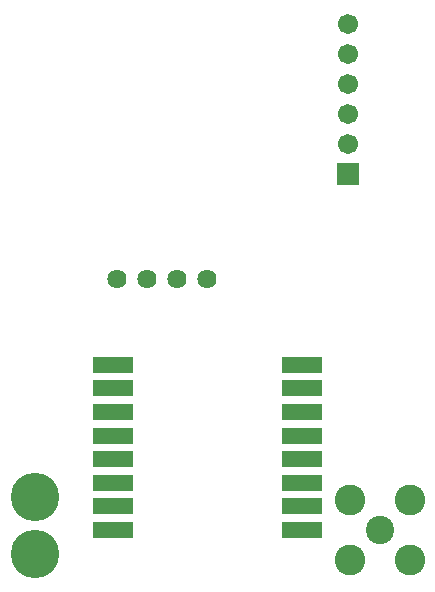
<source format=gts>
G04 Layer: TopSolderMaskLayer*
G04 EasyEDA v6.5.46, 2025-09-16 11:21:37*
G04 d57bd40a603b42be9e37e0d49851eb9c,10*
G04 Gerber Generator version 0.2*
G04 Scale: 100 percent, Rotated: No, Reflected: No *
G04 Dimensions in inches *
G04 leading zeros omitted , absolute positions ,3 integer and 6 decimal *
%FSLAX36Y36*%
%MOIN*%

%AMMACRO1*4,1,8,-0.0363,-0.0374,-0.0374,-0.0363,-0.0374,0.0363,-0.0363,0.0374,0.0363,0.0374,0.0374,0.0363,0.0374,-0.0363,0.0363,-0.0374,-0.0363,-0.0374,0*%
%AMMACRO2*4,1,8,-0.0658,-0.0256,-0.0669,-0.0244,-0.0669,0.0244,-0.0658,0.0256,0.0658,0.0256,0.0669,0.0244,0.0669,-0.0244,0.0658,-0.0256,-0.0658,-0.0256,0*%
%ADD10C,0.0670*%
%ADD11MACRO1*%
%ADD12C,0.1615*%
%ADD13C,0.0945*%
%ADD14C,0.1024*%
%ADD15MACRO2*%
%ADD16C,0.0640*%

%LPD*%
D10*
G01*
X1175000Y-495000D03*
G01*
X1175000Y-595000D03*
G01*
X1175000Y-695000D03*
G01*
X1175000Y-795000D03*
G01*
X1175000Y-895000D03*
D11*
G01*
X1175000Y-995000D03*
D12*
G01*
X130000Y-2259490D03*
G01*
X130000Y-2070520D03*
D13*
G01*
X1280000Y-2180000D03*
D14*
G01*
X1380000Y-2280000D03*
G01*
X1380000Y-2080000D03*
G01*
X1180000Y-2080000D03*
G01*
X1180000Y-2280000D03*
D15*
G01*
X1019960Y-1629409D03*
G01*
X1019960Y-1708150D03*
G01*
X1019960Y-1786889D03*
G01*
X1019960Y-1865630D03*
G01*
X1019960Y-1944369D03*
G01*
X1019960Y-2023110D03*
G01*
X1019960Y-2101849D03*
G01*
X1019960Y-2180590D03*
G01*
X390040Y-2180590D03*
G01*
X390042Y-2101851D03*
G01*
X390040Y-2023110D03*
G01*
X390042Y-1944369D03*
G01*
X390040Y-1865630D03*
G01*
X390040Y-1786889D03*
G01*
X390040Y-1708150D03*
G01*
X390040Y-1629409D03*
D16*
G01*
X405000Y-1344690D03*
G01*
X505000Y-1344690D03*
G01*
X605000Y-1344690D03*
G01*
X705000Y-1345320D03*
M02*

</source>
